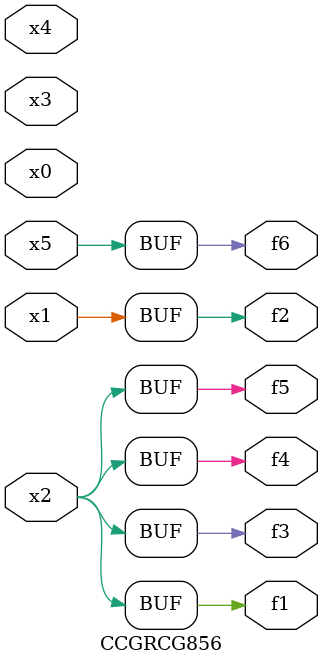
<source format=v>
module CCGRCG856(
	input x0, x1, x2, x3, x4, x5,
	output f1, f2, f3, f4, f5, f6
);
	assign f1 = x2;
	assign f2 = x1;
	assign f3 = x2;
	assign f4 = x2;
	assign f5 = x2;
	assign f6 = x5;
endmodule

</source>
